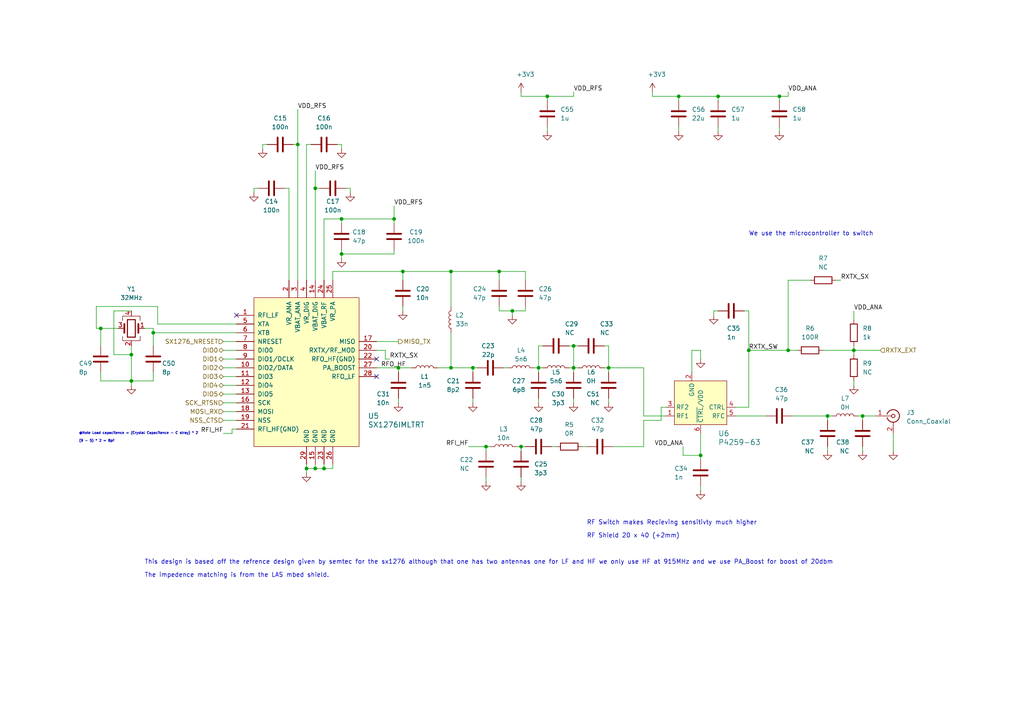
<source format=kicad_sch>
(kicad_sch (version 20230121) (generator eeschema)
  (paper "A4")
  (lib_symbols
    (symbol "Connector:Conn_Coaxial" (pin_names (offset 1.016) hide)
      (property "Reference" "J" (at 0.254 3.048 0))
      (property "Value" "Conn_Coaxial" (at 2.921 0 90))
      (symbol "Conn_Coaxial_0_1"
        (arc (start -1.778 -0.508) (mid 0.2311 -1.8066) (end 1.778 0) (stroke (width 0.254)))
        (polyline (pts (xy -2.54 0) (xy -0.508 0)))
        (polyline (pts (xy 0 -2.54) (xy 0 -1.778)))
        (circle (center 0 0) (radius 0.508) (stroke (width 0.2032)))
        (arc (start 1.778 0) (mid 0.2099 1.8101) (end -1.778 0.508) (stroke (width 0.254)))
      )
      (symbol "Conn_Coaxial_1_1"
        (pin passive line (at -5.08 0 0) (length 2.54) (name "In") (number "1"))
        (pin passive line (at 0 -5.08 90) (length 2.54) (name "Ext") (number "2"))
      )
    )
    (symbol "Device:C" (pin_numbers hide) (pin_names (offset 0.254))
      (property "Reference" "C" (at 0.635 2.54 0))
      (property "Value" "C" (at 0.635 -2.54 0))
      (symbol "C_0_1"
        (polyline (pts (xy -2.032 -0.762) (xy 2.032 -0.762)) (stroke (width 0.508)))
        (polyline (pts (xy -2.032 0.762) (xy 2.032 0.762)) (stroke (width 0.508)))
      )
      (symbol "C_1_1"
        (pin passive line (at 0 3.81 270) (length 2.794) (name "~") (number "1"))
        (pin passive line (at 0 -3.81 90) (length 2.794) (name "~") (number "2"))
      )
    )
    (symbol "Device:Crystal_GND24" (pin_names (offset 1.016) hide)
      (property "Reference" "Y" (at 3.175 5.08 0))
      (property "Value" "Crystal_GND24" (at 3.175 3.175 0))
      (symbol "Crystal_GND24_0_1"
        (rectangle (start -1.143 2.54) (end 1.143 -2.54) (stroke (width 0.3048)))
        (polyline (pts (xy -2.54 0) (xy -2.032 0)))
        (polyline (pts (xy -2.032 -1.27) (xy -2.032 1.27)) (stroke (width 0.508)))
        (polyline (pts (xy 0 -3.81) (xy 0 -3.556)))
        (polyline (pts (xy 0 3.556) (xy 0 3.81)))
        (polyline (pts (xy 2.032 -1.27) (xy 2.032 1.27)) (stroke (width 0.508)))
        (polyline (pts (xy 2.032 0) (xy 2.54 0)))
        (polyline (pts (xy -2.54 -2.286) (xy -2.54 -3.556) (xy 2.54 -3.556) (xy 2.54 -2.286)))
        (polyline (pts (xy -2.54 2.286) (xy -2.54 3.556) (xy 2.54 3.556) (xy 2.54 2.286)))
      )
      (symbol "Crystal_GND24_1_1"
        (pin passive line (at -3.81 0 0) (length 1.27) (name "1") (number "1"))
        (pin passive line (at 0 5.08 270) (length 1.27) (name "2") (number "2"))
        (pin passive line (at 3.81 0 180) (length 1.27) (name "3") (number "3"))
        (pin passive line (at 0 -5.08 90) (length 1.27) (name "4") (number "4"))
      )
    )
    (symbol "Device:L" (pin_numbers hide) (pin_names (offset 1.016) hide)
      (property "Reference" "L" (at -1.27 0 90))
      (property "Value" "L" (at 1.905 0 90))
      (symbol "L_0_1"
        (arc (start 0 -2.54) (mid 0.6323 -1.905) (end 0 -1.27))
        (arc (start 0 -1.27) (mid 0.6323 -0.635) (end 0 0))
        (arc (start 0 0) (mid 0.6323 0.635) (end 0 1.27))
        (arc (start 0 1.27) (mid 0.6323 1.905) (end 0 2.54))
      )
      (symbol "L_1_1"
        (pin passive line (at 0 3.81 270) (length 1.27) (name "1") (number "1"))
        (pin passive line (at 0 -3.81 90) (length 1.27) (name "2") (number "2"))
      )
    )
    (symbol "Device:R" (pin_numbers hide) (pin_names (offset 0))
      (property "Reference" "R" (at 2.032 0 90))
      (property "Value" "R" (at 0 0 90))
      (symbol "R_0_1"
        (rectangle (start -1.016 -2.54) (end 1.016 2.54) (stroke (width 0.254)))
      )
      (symbol "R_1_1"
        (pin passive line (at 0 3.81 270) (length 1.27) (name "~") (number "1"))
        (pin passive line (at 0 -3.81 90) (length 1.27) (name "~") (number "2"))
      )
    )
    (symbol "dk_RF-Switches:4259-63"
      (property "Reference" "U" (at -6.35 3.81 0))
      (property "Value" "4259-63" (at 0 -11.43 0))
      (symbol "4259-63_0_1"
        (rectangle (start -7.62 2.54) (end 7.62 -10.16) (fill (type background)))
      )
      (symbol "4259-63_1_1"
        (pin passive line (at 10.16 0 180) (length 2.54) (name "RF1") (number "1"))
        (pin power_in line (at 2.54 -12.7 90) (length 2.54) (name "GND") (number "2"))
        (pin passive line (at 10.16 -2.54 180) (length 2.54) (name "RF2") (number "3"))
        (pin input line (at -10.16 -2.54 0) (length 2.54) (name "CTRL") (number "4"))
        (pin passive line (at -10.16 0 0) (length 2.54) (name "RFC") (number "5"))
        (pin power_in line (at 0 5.08 270) (length 2.54) (name "~{CTRL}/VDD") (number "6"))
      )
    )
    (symbol "dk_RF-Transceiver-ICs:SX1276IMLTRT" (pin_names (offset 1.016))
      (property "Reference" "U" (at -12.7 24.13 0))
      (property "Value" "SX1276IMLTRT" (at 25.4 -27.94 0))
      (symbol "SX1276IMLTRT_0_1"
        (rectangle (start -15.24 22.86) (end 15.24 -20.32) (fill (type background)))
      )
      (symbol "SX1276IMLTRT_1_1"
        (pin input line (at -20.32 17.78 0) (length 5.08) (name "RFI_LF") (number "1"))
        (pin bidirectional line (at -20.32 2.54 0) (length 5.08) (name "DIO2/DATA") (number "10"))
        (pin bidirectional line (at -20.32 0 0) (length 5.08) (name "DIO3") (number "11"))
        (pin bidirectional line (at -20.32 -2.54 0) (length 5.08) (name "DIO4") (number "12"))
        (pin bidirectional line (at -20.32 -5.08 0) (length 5.08) (name "DIO5") (number "13"))
        (pin power_in line (at 2.54 27.94 270) (length 5.08) (name "VBAT_DIG") (number "14"))
        (pin power_in line (at 2.54 -25.4 90) (length 5.08) (name "GND") (number "15"))
        (pin input line (at -20.32 -7.62 0) (length 5.08) (name "SCK") (number "16"))
        (pin output line (at 20.32 10.16 180) (length 5.08) (name "MISO") (number "17"))
        (pin input line (at -20.32 -10.16 0) (length 5.08) (name "MOSI") (number "18"))
        (pin input line (at -20.32 -12.7 0) (length 5.08) (name "NSS") (number "19"))
        (pin power_in line (at -5.08 27.94 270) (length 5.08) (name "VR_ANA") (number "2"))
        (pin output line (at 20.32 7.62 180) (length 5.08) (name "RXTX/RF_MOD") (number "20"))
        (pin input line (at -20.32 -15.24 0) (length 5.08) (name "RFI_HF(GND)") (number "21"))
        (pin output line (at 20.32 5.08 180) (length 5.08) (name "RFO_HF(GND)") (number "22"))
        (pin power_in line (at 5.08 -25.4 90) (length 5.08) (name "GND") (number "23"))
        (pin power_in line (at 5.08 27.94 270) (length 5.08) (name "VBAT_RF") (number "24"))
        (pin power_in line (at 7.62 27.94 270) (length 5.08) (name "VR_PA") (number "25"))
        (pin power_in line (at 7.62 -25.4 90) (length 5.08) (name "GND") (number "26"))
        (pin output line (at 20.32 2.54 180) (length 5.08) (name "PA_BOOST") (number "27"))
        (pin output line (at 20.32 0 180) (length 5.08) (name "RFO_LF") (number "28"))
        (pin power_in line (at 0 -25.4 90) (length 5.08) (name "GND") (number "29"))
        (pin power_in line (at -2.54 27.94 270) (length 5.08) (name "VBAT_ANA") (number "3"))
        (pin power_in line (at 0 27.94 270) (length 5.08) (name "VR_DIG") (number "4"))
        (pin bidirectional line (at -20.32 15.24 0) (length 5.08) (name "XTA") (number "5"))
        (pin bidirectional line (at -20.32 12.7 0) (length 5.08) (name "XTB") (number "6"))
        (pin bidirectional line (at -20.32 10.16 0) (length 5.08) (name "NRESET") (number "7"))
        (pin bidirectional line (at -20.32 7.62 0) (length 5.08) (name "DIO0") (number "8"))
        (pin bidirectional line (at -20.32 5.08 0) (length 5.08) (name "DIO1/DCLK") (number "9"))
      )
    )
    (symbol "power:+3V3" (power) (pin_names (offset 0))
      (property "Value" "+3V3" (at 0 3.556 0))
      (symbol "+3V3_0_1"
        (polyline (pts (xy -0.762 1.27) (xy 0 2.54)))
        (polyline (pts (xy 0 0) (xy 0 2.54)))
        (polyline (pts (xy 0 2.54) (xy 0.762 1.27)))
      )
      (symbol "+3V3_1_1"
        (pin power_in line (at 0 0 90) (length 0) hide (name "+3V3") (number "1"))
      )
    )
    (symbol "power:GND" (power) (pin_names (offset 0))
      (property "Value" "GND" (at 0 -3.81 0))
      (symbol "GND_0_1"
        (polyline (pts (xy 0 0) (xy 0 -1.27) (xy 1.27 -1.27) (xy 0 -2.54) (xy -1.27 -1.27) (xy 0 -1.27)))
      )
      (symbol "GND_1_1"
        (pin power_in line (at 0 0 270) (length 0) hide (name "GND") (number "1"))
      )
    )
  )
  (junction (at 140.97 129.54))
  (junction (at 115.57 106.68))
  (junction (at 137.16 106.68))
  (junction (at 38.1 110.49))
  (junction (at 144.78 78.74))
  (junction (at 99.06 63.5))
  (junction (at 116.84 78.74))
  (junction (at 130.81 106.68))
  (junction (at 29.21 95.25))
  (junction (at 44.45 96.52))
  (junction (at 130.81 78.74))
  (junction (at 151.13 129.54))
  (junction (at 166.37 106.68))
  (junction (at 250.19 120.65))
  (junction (at 99.06 73.66))
  (junction (at 196.85 27.94))
  (junction (at 158.75 27.94))
  (junction (at 91.44 135.89))
  (junction (at 228.6 101.6))
  (junction (at 156.21 106.68))
  (junction (at 166.37 100.33))
  (junction (at 91.44 54.61))
  (junction (at 226.06 27.94))
  (junction (at 208.28 27.94))
  (junction (at 38.1 102.87))
  (junction (at 203.2 132.08))
  (junction (at 93.98 135.89))
  (junction (at 217.17 101.6))
  (junction (at 148.59 90.17))
  (junction (at 86.36 41.91))
  (junction (at 247.65 101.6))
  (junction (at 240.03 120.65))
  (junction (at 88.9 135.89))
  (junction (at 114.3 63.5))
  (junction (at 176.53 106.68))
  (no_connect (at 68.58 91.44))
  (no_connect (at 109.22 109.22))
  (no_connect (at 109.22 104.14))
  (wire (pts (xy 186.69 121.92) (xy 191.77 121.92)))
  (wire (pts (xy 135.89 129.54) (xy 140.97 129.54)))
  (wire (pts (xy 176.53 100.33) (xy 176.53 106.68)))
  (wire (pts (xy 99.06 73.66) (xy 114.3 73.66)))
  (wire (pts (xy 228.6 101.6) (xy 228.6 81.28)))
  (wire (pts (xy 91.44 54.61) (xy 91.44 81.28)))
  (wire (pts (xy 38.1 110.49) (xy 38.1 111.76)))
  (wire (pts (xy 226.06 27.94) (xy 208.28 27.94)))
  (wire (pts (xy 38.1 90.17) (xy 33.02 90.17)))
  (wire (pts (xy 73.66 54.61) (xy 74.93 54.61)))
  (wire (pts (xy 116.84 78.74) (xy 130.81 78.74)))
  (wire (pts (xy 99.06 41.91) (xy 99.06 43.18)))
  (wire (pts (xy 115.57 106.68) (xy 119.38 106.68)))
  (wire (pts (xy 113.03 104.14) (xy 111.76 104.14)))
  (wire (pts (xy 217.17 118.11) (xy 213.36 118.11)))
  (wire (pts (xy 240.03 121.92) (xy 240.03 120.65)))
  (wire (pts (xy 114.3 59.69) (xy 114.3 63.5)))
  (wire (pts (xy 33.02 90.17) (xy 33.02 102.87)))
  (wire (pts (xy 86.36 41.91) (xy 85.09 41.91)))
  (wire (pts (xy 217.17 90.17) (xy 217.17 101.6)))
  (wire (pts (xy 189.23 27.94) (xy 196.85 27.94)))
  (wire (pts (xy 64.77 114.3) (xy 68.58 114.3)))
  (wire (pts (xy 90.17 41.91) (xy 88.9 41.91)))
  (wire (pts (xy 160.02 129.54) (xy 161.29 129.54)))
  (wire (pts (xy 101.6 54.61) (xy 100.33 54.61)))
  (wire (pts (xy 189.23 26.67) (xy 189.23 27.94)))
  (wire (pts (xy 101.6 55.88) (xy 101.6 54.61)))
  (wire (pts (xy 165.1 106.68) (xy 166.37 106.68)))
  (wire (pts (xy 240.03 129.54) (xy 240.03 130.81)))
  (wire (pts (xy 111.76 101.6) (xy 109.22 101.6)))
  (wire (pts (xy 27.94 95.25) (xy 29.21 95.25)))
  (wire (pts (xy 99.06 72.39) (xy 99.06 73.66)))
  (wire (pts (xy 157.48 100.33) (xy 156.21 100.33)))
  (wire (pts (xy 76.2 41.91) (xy 76.2 43.18)))
  (wire (pts (xy 64.77 125.73) (xy 67.31 125.73)))
  (wire (pts (xy 151.13 129.54) (xy 152.4 129.54)))
  (wire (pts (xy 165.1 100.33) (xy 166.37 100.33)))
  (wire (pts (xy 151.13 138.43) (xy 151.13 139.7)))
  (wire (pts (xy 175.26 106.68) (xy 176.53 106.68)))
  (wire (pts (xy 64.77 116.84) (xy 68.58 116.84)))
  (wire (pts (xy 229.87 120.65) (xy 240.03 120.65)))
  (wire (pts (xy 156.21 100.33) (xy 156.21 106.68)))
  (wire (pts (xy 156.21 106.68) (xy 157.48 106.68)))
  (wire (pts (xy 38.1 102.87) (xy 38.1 100.33)))
  (wire (pts (xy 175.26 100.33) (xy 176.53 100.33)))
  (wire (pts (xy 228.6 27.94) (xy 226.06 27.94)))
  (wire (pts (xy 114.3 63.5) (xy 114.3 64.77)))
  (wire (pts (xy 146.05 106.68) (xy 147.32 106.68)))
  (wire (pts (xy 64.77 106.68) (xy 68.58 106.68)))
  (wire (pts (xy 64.77 119.38) (xy 68.58 119.38)))
  (wire (pts (xy 109.22 106.68) (xy 115.57 106.68)))
  (wire (pts (xy 140.97 129.54) (xy 142.24 129.54)))
  (wire (pts (xy 158.75 36.83) (xy 158.75 38.1)))
  (wire (pts (xy 38.1 102.87) (xy 38.1 110.49)))
  (wire (pts (xy 151.13 129.54) (xy 151.13 130.81)))
  (wire (pts (xy 99.06 73.66) (xy 99.06 74.93)))
  (wire (pts (xy 151.13 27.94) (xy 158.75 27.94)))
  (wire (pts (xy 156.21 107.95) (xy 156.21 106.68)))
  (wire (pts (xy 67.31 124.46) (xy 68.58 124.46)))
  (wire (pts (xy 176.53 115.57) (xy 176.53 116.84)))
  (wire (pts (xy 259.08 125.73) (xy 259.08 130.81)))
  (wire (pts (xy 144.78 90.17) (xy 148.59 90.17)))
  (wire (pts (xy 222.25 120.65) (xy 213.36 120.65)))
  (wire (pts (xy 44.45 96.52) (xy 68.58 96.52)))
  (wire (pts (xy 44.45 96.52) (xy 44.45 95.25)))
  (wire (pts (xy 228.6 101.6) (xy 231.14 101.6)))
  (wire (pts (xy 45.72 88.9) (xy 27.94 88.9)))
  (wire (pts (xy 226.06 36.83) (xy 226.06 38.1)))
  (wire (pts (xy 167.64 100.33) (xy 166.37 100.33)))
  (wire (pts (xy 64.77 111.76) (xy 68.58 111.76)))
  (wire (pts (xy 99.06 63.5) (xy 99.06 64.77)))
  (wire (pts (xy 82.55 54.61) (xy 83.82 54.61)))
  (wire (pts (xy 186.69 121.92) (xy 186.69 129.54)))
  (wire (pts (xy 198.12 129.54) (xy 198.12 132.08)))
  (wire (pts (xy 208.28 29.21) (xy 208.28 27.94)))
  (wire (pts (xy 166.37 27.94) (xy 158.75 27.94)))
  (wire (pts (xy 64.77 109.22) (xy 68.58 109.22)))
  (wire (pts (xy 93.98 134.62) (xy 93.98 135.89)))
  (wire (pts (xy 156.21 115.57) (xy 156.21 116.84)))
  (wire (pts (xy 137.16 115.57) (xy 137.16 116.84)))
  (wire (pts (xy 148.59 90.17) (xy 152.4 90.17)))
  (wire (pts (xy 228.6 26.67) (xy 228.6 27.94)))
  (wire (pts (xy 67.31 125.73) (xy 67.31 124.46)))
  (wire (pts (xy 176.53 106.68) (xy 176.53 107.95)))
  (wire (pts (xy 154.94 106.68) (xy 156.21 106.68)))
  (wire (pts (xy 115.57 106.68) (xy 115.57 107.95)))
  (wire (pts (xy 207.01 91.44) (xy 207.01 90.17)))
  (wire (pts (xy 64.77 101.6) (xy 68.58 101.6)))
  (wire (pts (xy 203.2 133.35) (xy 203.2 132.08)))
  (wire (pts (xy 29.21 110.49) (xy 38.1 110.49)))
  (wire (pts (xy 217.17 101.6) (xy 228.6 101.6)))
  (wire (pts (xy 99.06 41.91) (xy 97.79 41.91)))
  (wire (pts (xy 111.76 104.14) (xy 111.76 101.6)))
  (wire (pts (xy 64.77 99.06) (xy 68.58 99.06)))
  (wire (pts (xy 248.92 120.65) (xy 250.19 120.65)))
  (wire (pts (xy 198.12 132.08) (xy 203.2 132.08)))
  (wire (pts (xy 44.45 95.25) (xy 41.91 95.25)))
  (wire (pts (xy 68.58 93.98) (xy 45.72 93.98)))
  (wire (pts (xy 45.72 93.98) (xy 45.72 88.9)))
  (wire (pts (xy 96.52 78.74) (xy 116.84 78.74)))
  (wire (pts (xy 93.98 63.5) (xy 93.98 81.28)))
  (wire (pts (xy 137.16 106.68) (xy 138.43 106.68)))
  (wire (pts (xy 29.21 95.25) (xy 29.21 100.33)))
  (wire (pts (xy 91.44 49.53) (xy 91.44 54.61)))
  (wire (pts (xy 247.65 101.6) (xy 255.27 101.6)))
  (wire (pts (xy 176.53 106.68) (xy 186.69 106.68)))
  (wire (pts (xy 44.45 110.49) (xy 38.1 110.49)))
  (wire (pts (xy 92.71 54.61) (xy 91.44 54.61)))
  (wire (pts (xy 140.97 129.54) (xy 140.97 130.81)))
  (wire (pts (xy 29.21 95.25) (xy 34.29 95.25)))
  (wire (pts (xy 196.85 27.94) (xy 208.28 27.94)))
  (wire (pts (xy 64.77 104.14) (xy 68.58 104.14)))
  (wire (pts (xy 44.45 96.52) (xy 44.45 100.33)))
  (wire (pts (xy 44.45 107.95) (xy 44.45 110.49)))
  (wire (pts (xy 144.78 88.9) (xy 144.78 90.17)))
  (wire (pts (xy 96.52 135.89) (xy 93.98 135.89)))
  (wire (pts (xy 130.81 96.52) (xy 130.81 106.68)))
  (wire (pts (xy 149.86 129.54) (xy 151.13 129.54)))
  (wire (pts (xy 83.82 81.28) (xy 83.82 54.61)))
  (wire (pts (xy 166.37 100.33) (xy 166.37 106.68)))
  (wire (pts (xy 29.21 107.95) (xy 29.21 110.49)))
  (wire (pts (xy 186.69 106.68) (xy 186.69 120.65)))
  (wire (pts (xy 238.76 101.6) (xy 247.65 101.6)))
  (wire (pts (xy 116.84 78.74) (xy 116.84 81.28)))
  (wire (pts (xy 166.37 115.57) (xy 166.37 116.84)))
  (wire (pts (xy 250.19 129.54) (xy 250.19 130.81)))
  (wire (pts (xy 88.9 135.89) (xy 88.9 137.16)))
  (wire (pts (xy 226.06 27.94) (xy 226.06 29.21)))
  (wire (pts (xy 200.66 101.6) (xy 203.2 101.6)))
  (wire (pts (xy 166.37 106.68) (xy 167.64 106.68)))
  (wire (pts (xy 77.47 41.91) (xy 76.2 41.91)))
  (wire (pts (xy 27.94 88.9) (xy 27.94 95.25)))
  (wire (pts (xy 250.19 120.65) (xy 254 120.65)))
  (wire (pts (xy 151.13 26.67) (xy 151.13 27.94)))
  (wire (pts (xy 186.69 120.65) (xy 193.04 120.65)))
  (wire (pts (xy 88.9 134.62) (xy 88.9 135.89)))
  (wire (pts (xy 240.03 120.65) (xy 241.3 120.65)))
  (wire (pts (xy 33.02 102.87) (xy 38.1 102.87)))
  (wire (pts (xy 228.6 81.28) (xy 234.95 81.28)))
  (wire (pts (xy 207.01 90.17) (xy 208.28 90.17)))
  (wire (pts (xy 152.4 88.9) (xy 152.4 90.17)))
  (wire (pts (xy 144.78 78.74) (xy 152.4 78.74)))
  (wire (pts (xy 73.66 54.61) (xy 73.66 55.88)))
  (wire (pts (xy 247.65 101.6) (xy 247.65 102.87)))
  (wire (pts (xy 247.65 100.33) (xy 247.65 101.6)))
  (wire (pts (xy 196.85 27.94) (xy 196.85 29.21)))
  (wire (pts (xy 86.36 41.91) (xy 86.36 81.28)))
  (wire (pts (xy 217.17 101.6) (xy 217.17 118.11)))
  (wire (pts (xy 166.37 106.68) (xy 166.37 107.95)))
  (wire (pts (xy 130.81 78.74) (xy 130.81 88.9)))
  (wire (pts (xy 96.52 134.62) (xy 96.52 135.89)))
  (wire (pts (xy 93.98 63.5) (xy 99.06 63.5)))
  (wire (pts (xy 91.44 135.89) (xy 88.9 135.89)))
  (wire (pts (xy 177.8 129.54) (xy 186.69 129.54)))
  (wire (pts (xy 114.3 73.66) (xy 114.3 72.39)))
  (wire (pts (xy 200.66 107.95) (xy 200.66 101.6)))
  (wire (pts (xy 158.75 27.94) (xy 158.75 29.21)))
  (wire (pts (xy 152.4 78.74) (xy 152.4 81.28)))
  (wire (pts (xy 115.57 115.57) (xy 115.57 116.84)))
  (wire (pts (xy 86.36 31.75) (xy 86.36 41.91)))
  (wire (pts (xy 91.44 134.62) (xy 91.44 135.89)))
  (wire (pts (xy 243.84 81.28) (xy 242.57 81.28)))
  (wire (pts (xy 148.59 91.44) (xy 148.59 90.17)))
  (wire (pts (xy 116.84 88.9) (xy 116.84 90.17)))
  (wire (pts (xy 144.78 78.74) (xy 144.78 81.28)))
  (wire (pts (xy 247.65 90.17) (xy 247.65 92.71)))
  (wire (pts (xy 130.81 106.68) (xy 137.16 106.68)))
  (wire (pts (xy 247.65 110.49) (xy 247.65 111.76)))
  (wire (pts (xy 203.2 125.73) (xy 203.2 132.08)))
  (wire (pts (xy 109.22 99.06) (xy 115.57 99.06)))
  (wire (pts (xy 127 106.68) (xy 130.81 106.68)))
  (wire (pts (xy 191.77 118.11) (xy 193.04 118.11)))
  (wire (pts (xy 96.52 81.28) (xy 96.52 78.74)))
  (wire (pts (xy 168.91 129.54) (xy 170.18 129.54)))
  (wire (pts (xy 208.28 36.83) (xy 208.28 38.1)))
  (wire (pts (xy 166.37 26.67) (xy 166.37 27.94)))
  (wire (pts (xy 64.77 121.92) (xy 68.58 121.92)))
  (wire (pts (xy 217.17 90.17) (xy 215.9 90.17)))
  (wire (pts (xy 191.77 121.92) (xy 191.77 118.11)))
  (wire (pts (xy 99.06 63.5) (xy 114.3 63.5)))
  (wire (pts (xy 93.98 135.89) (xy 91.44 135.89)))
  (wire (pts (xy 88.9 41.91) (xy 88.9 81.28)))
  (wire (pts (xy 130.81 78.74) (xy 144.78 78.74)))
  (wire (pts (xy 196.85 36.83) (xy 196.85 38.1)))
  (wire (pts (xy 140.97 138.43) (xy 140.97 139.7)))
  (wire (pts (xy 203.2 142.24) (xy 203.2 140.97)))
  (wire (pts (xy 203.2 101.6) (xy 203.2 104.14)))
  (wire (pts (xy 250.19 120.65) (xy 250.19 121.92)))
  (wire (pts (xy 137.16 106.68) (xy 137.16 107.95)))
  (text "The impedence matching is from the LAS mbed shield." (at 41.91 167.64 0) (effects (font (size 1.27 1.27)) (justify left bottom)))
  (text "@Note Load capacitence = (Crystal Capacitence - C stray) * 2\n\n(9 - 5) * 2 = 8pF\n\n" (at 22.86 129.54 0) (effects (font (size 0.7 0.7)) (justify left bottom)))
  (text "We use the microcontroller to switch\n" (at 217.17 68.58 0) (effects (font (size 1.27 1.27)) (justify left bottom)))
  (text "RF Shield 20 x 40 (+2mm)" (at 170.18 156.21 0) (effects (font (size 1.27 1.27)) (justify left bottom)))
  (text "This design is based off the refrence design given by semtec for the sx1276 although that one has two antennas one for LF and HF we only use HF at 915MHz and we use PA_Boost for boost of 20dbm\n" (at 41.91 163.83 0) (effects (font (size 1.27 1.27)) (justify left bottom)))
  (text "RF Switch makes Recieving sensitivty much higher\n" (at 170.18 152.4 0) (effects (font (size 1.27 1.27)) (justify left bottom)))
  (label "RFO_HF" (at 110.49 106.68 0))
  (label "RXTX_SX" (at 113.03 104.14 0))
  (label "RXTX_SW" (at 217.17 101.6 0))
  (label "VDD_RFS" (at 166.37 26.67 0))
  (label "VDD_RFS" (at 86.36 31.75 0))
  (label "RFI_HF" (at 64.77 125.73 180))
  (label "VDD_RFS" (at 91.44 49.53 0))
  (label "RXTX_SX" (at 243.84 81.28 0))
  (label "VDD_ANA" (at 198.12 129.54 180))
  (label "VDD_RFS" (at 114.3 59.69 0))
  (label "RFI_HF" (at 135.89 129.54 180))
  (label "VDD_ANA" (at 228.6 26.67 0))
  (label "VDD_ANA" (at 247.65 90.17 0))
  (hierarchical_label "MISO_TX" (shape output) (at 115.57 99.06 0))
  (hierarchical_label "DIO5" (shape bidirectional) (at 64.77 114.3 180))
  (hierarchical_label "DIO4" (shape bidirectional) (at 64.77 111.76 180))
  (hierarchical_label "DIO0" (shape bidirectional) (at 64.77 101.6 180))
  (hierarchical_label "DIO2" (shape bidirectional) (at 64.77 106.68 180))
  (hierarchical_label "NSS_CTS" (shape input) (at 64.77 121.92 180))
  (hierarchical_label "DIO3" (shape bidirectional) (at 64.77 109.22 180))
  (hierarchical_label "RXTX_EXT" (shape input) (at 255.27 101.6 0))
  (hierarchical_label "SCK_RTSN" (shape input) (at 64.77 116.84 180))
  (hierarchical_label "MOSI_RX" (shape input) (at 64.77 119.38 180))
  (hierarchical_label "DIO1" (shape bidirectional) (at 64.77 104.14 180))
  (hierarchical_label "SX1276_NRESET" (shape input) (at 64.77 99.06 180))
  (symbol (lib_id "Device:C") (at 240.03 125.73 180) (unit 1)
    (property "Reference" "C37" (at 236.22 128.27 0) (effects (justify left)))
    (property "Value" "NC" (at 236.22 130.81 0) (effects (justify left)))
    (property "Footprint" "Capacitor_SMD:C_0402_1005Metric" (effects hide))
  )
  (symbol (lib_id "Device:C") (at 99.06 68.58 0) (unit 1)
    (property "Reference" "C18" (at 104.14 67.31 0))
    (property "Value" "47p" (at 104.14 69.85 0))
    (property "Footprint" "Capacitor_SMD:C_0402_1005Metric" (effects hide))
  )
  (symbol (lib_id "Device:C") (at 114.3 68.58 0) (unit 1)
    (property "Reference" "C19" (at 120.65 67.31 0))
    (property "Value" "100n" (at 120.65 69.85 0))
    (property "Footprint" "Capacitor_SMD:C_0402_1005Metric" (effects hide))
  )
  (symbol (lib_id "Device:C") (at 93.98 41.91 90) (unit 1)
    (property "Reference" "C16" (at 93.98 34.29 90))
    (property "Value" "100n" (at 93.98 36.83 90))
    (property "Footprint" "Capacitor_SMD:C_0402_1005Metric" (effects hide))
  )
  (symbol (lib_id "power:+3V3") (at 151.13 26.67 0) (unit 1)
    (property "Reference" "#PWR062" (effects hide))
    (property "Value" "+3V3" (at 152.4 21.59 0))
  )
  (symbol (lib_id "power:GND") (at 203.2 142.24 0) (unit 1)
    (property "Reference" "#PWR055" (effects hide))
    (property "Value" "GND" (effects hide))
  )
  (symbol (lib_id "Device:R") (at 238.76 81.28 90) (unit 1)
    (property "Reference" "R7" (at 238.76 74.93 90))
    (property "Value" "NC" (at 238.76 77.47 90))
    (property "Footprint" "Resistor_SMD:R_0402_1005Metric" (effects hide))
  )
  (symbol (lib_id "Device:C") (at 158.75 33.02 0) (unit 1)
    (property "Reference" "C55" (at 162.56 31.75 0) (effects (justify left)))
    (property "Value" "1u" (at 162.56 34.29 0) (effects (justify left)))
    (property "Footprint" "Capacitor_SMD:C_0402_1005Metric" (effects hide))
  )
  (symbol (lib_id "Device:C") (at 81.28 41.91 270) (unit 1)
    (property "Reference" "C15" (at 81.28 34.29 90))
    (property "Value" "100n" (at 81.28 36.83 90))
    (property "Footprint" "Capacitor_SMD:C_0402_1005Metric" (effects hide))
  )
  (symbol (lib_id "Device:L") (at 151.13 106.68 90) (unit 1)
    (property "Reference" "L4" (at 151.13 101.6 90))
    (property "Value" "5n6" (at 151.13 104.14 90))
    (property "Footprint" "Inductor_SMD:L_0402_1005Metric" (effects hide))
  )
  (symbol (lib_id "power:GND") (at 73.66 55.88 0) (unit 1)
    (property "Reference" "#PWR036" (effects hide))
    (property "Value" "GND" (effects hide))
  )
  (symbol (lib_id "Device:R") (at 247.65 96.52 180) (unit 1)
    (property "Reference" "R8" (at 250.19 95.25 0) (effects (justify right)))
    (property "Value" "1k" (at 250.19 97.79 0) (effects (justify right)))
    (property "Footprint" "Resistor_SMD:R_0402_1005Metric" (effects hide))
  )
  (symbol (lib_id "Device:C") (at 29.21 104.14 0) (unit 1)
    (property "Reference" "C49" (at 22.86 105.41 0) (effects (justify left)))
    (property "Value" "8p" (at 22.86 107.95 0) (effects (justify left)))
    (property "Footprint" "Capacitor_SMD:C_0402_1005Metric" (effects hide))
  )
  (symbol (lib_id "Connector:Conn_Coaxial") (at 259.08 120.65 0) (unit 1)
    (property "Reference" "J3" (at 262.89 119.6732 0) (effects (justify left)))
    (property "Value" "Conn_Coaxial" (at 262.89 122.2132 0) (effects (justify left)))
    (property "Footprint" "footprints:TAOGLAS_EMPCB.SMAFSTJ.B.HT" (effects hide))
    (property "Datasheet" " ~" (effects hide))
    (property "JLC #" "C2987684" (effects hide))
  )
  (symbol (lib_id "power:GND") (at 247.65 111.76 0) (unit 1)
    (property "Reference" "#PWR059" (effects hide))
    (property "Value" "GND" (effects hide))
  )
  (symbol (lib_id "Device:L") (at 123.19 106.68 90) (unit 1)
    (property "Reference" "L1" (at 123.19 109.22 90))
    (property "Value" "1n5" (at 123.19 111.76 90))
    (property "Footprint" "Inductor_SMD:L_0402_1005Metric" (effects hide))
  )
  (symbol (lib_id "Device:C") (at 171.45 100.33 270) (unit 1)
    (property "Reference" "C33" (at 173.99 93.98 90) (effects (justify left)))
    (property "Value" "NC" (at 173.99 96.52 90) (effects (justify left)))
    (property "Footprint" "Capacitor_SMD:C_0402_1005Metric" (effects hide))
  )
  (symbol (lib_id "power:GND") (at 137.16 116.84 0) (unit 1)
    (property "Reference" "#PWR046" (effects hide))
    (property "Value" "GND" (effects hide))
  )
  (symbol (lib_id "power:GND") (at 207.01 91.44 0) (unit 1)
    (property "Reference" "#PWR056" (effects hide))
    (property "Value" "GND" (effects hide))
  )
  (symbol (lib_id "power:GND") (at 116.84 90.17 0) (unit 1)
    (property "Reference" "#PWR045" (effects hide))
    (property "Value" "GND" (effects hide))
  )
  (symbol (lib_id "Device:C") (at 78.74 54.61 270) (unit 1)
    (property "Reference" "C14" (at 78.74 58.42 90))
    (property "Value" "100n" (at 78.74 60.96 90))
    (property "Footprint" "Capacitor_SMD:C_0402_1005Metric" (effects hide))
  )
  (symbol (lib_id "Device:L") (at 171.45 106.68 90) (unit 1)
    (property "Reference" "L6" (at 171.45 107.95 90))
    (property "Value" "0H" (at 171.45 110.49 90))
    (property "Footprint" "Inductor_SMD:L_0402_1005Metric" (effects hide))
  )
  (symbol (lib_id "dk_RF-Transceiver-ICs:SX1276IMLTRT") (at 88.9 109.22 0) (unit 1)
    (property "Reference" "U5" (at 106.68 120.65 0) (effects (font (size 1.524 1.524)) (justify left)))
    (property "Value" "SX1276IMLTRT" (at 106.68 123.19 0) (effects (font (size 1.524 1.524)) (justify left)))
    (property "Footprint" "digikey-footprints:VQFN-28-1EP_6x6mm" (effects hide))
    (property "Datasheet" "https://cdn.sparkfun.com/assets/a/a/0/b/5/DS_SX1276-7-8-9_W_APP_V5.pdf" (effects hide))
    (property "Digi-Key_PN" "SX1276IMLTRTCT-ND" (effects hide))
    (property "MPN" "SX1276IMLTRT" (effects hide))
    (property "Category" "RF/IF and RFID" (effects hide))
    (property "Family" "RF Transceiver ICs" (effects hide))
    (property "DK_Datasheet_Link" "https://cdn.sparkfun.com/assets/a/a/0/b/5/DS_SX1276-7-8-9_W_APP_V5.pdf" (effects hide))
    (property "DK_Detail_Page" "/product-detail/en/semtech-corporation/SX1276IMLTRT/SX1276IMLTRTCT-ND/4259551" (effects hide))
    (property "Description" "IC RF TXRX 802.15.4 28VQFN" (effects hide))
    (property "Manufacturer" "Semtech Corporation" (effects hide))
    (property "Status" "Active" (effects hide))
    (property "JLC #" "C80171" (effects hide))
  )
  (symbol (lib_id "Device:C") (at 250.19 125.73 180) (unit 1)
    (property "Reference" "C38" (at 246.38 128.27 0) (effects (justify left)))
    (property "Value" "NC" (at 246.38 130.81 0) (effects (justify left)))
    (property "Footprint" "Capacitor_SMD:C_0402_1005Metric" (effects hide))
  )
  (symbol (lib_id "Device:R") (at 247.65 106.68 180) (unit 1)
    (property "Reference" "R9" (at 250.19 105.41 0) (effects (justify right)))
    (property "Value" "NC" (at 250.19 107.95 0) (effects (justify right)))
    (property "Footprint" "Resistor_SMD:R_0402_1005Metric" (effects hide))
  )
  (symbol (lib_id "power:+3V3") (at 189.23 26.67 0) (unit 1)
    (property "Reference" "#PWR040" (effects hide))
    (property "Value" "+3V3" (at 190.5 21.59 0))
  )
  (symbol (lib_id "power:GND") (at 259.08 130.81 0) (unit 1)
    (property "Reference" "#PWR061" (effects hide))
    (property "Value" "GND" (effects hide))
  )
  (symbol (lib_id "Device:R") (at 165.1 129.54 90) (unit 1)
    (property "Reference" "R5" (at 165.1 123.19 90))
    (property "Value" "0R" (at 165.1 125.73 90))
    (property "Footprint" "Resistor_SMD:R_0402_1005Metric" (effects hide))
  )
  (symbol (lib_id "power:GND") (at 208.28 38.1 0) (unit 1)
    (property "Reference" "#PWR096" (effects hide))
    (property "Value" "GND" (effects hide))
  )
  (symbol (lib_id "dk_RF-Switches:4259-63") (at 203.2 120.65 180) (unit 1)
    (property "Reference" "U6" (at 208.28 125.73 0) (effects (font (size 1.524 1.524)) (justify right)))
    (property "Value" "P4259-63" (at 208.28 128.27 0) (effects (font (size 1.524 1.524)) (justify right)))
    (property "Footprint" "digikey-footprints:SOT-363" (effects hide))
    (property "Datasheet" "http://www.psemi.com/pdf/datasheets/pe4259ds.pdf" (effects hide))
    (property "Digi-Key_PN" "1046-1011-1-ND" (effects hide))
    (property "MPN" "4259-63" (effects hide))
    (property "Category" "RF/IF and RFID" (effects hide))
    (property "Family" "RF Switches" (effects hide))
    (property "DK_Datasheet_Link" "http://www.psemi.com/pdf/datasheets/pe4259ds.pdf" (effects hide))
    (property "DK_Detail_Page" "/product-detail/en/psemi/4259-63/1046-1011-1-ND/2614515" (effects hide))
    (property "Description" "IC RF SWITCH SPDT 3GHZ SC70-6" (effects hide))
    (property "Manufacturer" "pSemi" (effects hide))
    (property "Status" "Active" (effects hide))
    (property "JLC #" "C470892" (effects hide))
  )
  (symbol (lib_id "power:GND") (at 99.06 43.18 0) (unit 1)
    (property "Reference" "#PWR041" (effects hide))
    (property "Value" "GND" (effects hide))
  )
  (symbol (lib_id "Device:C") (at 176.53 111.76 180) (unit 1)
    (property "Reference" "C51" (at 173.99 114.3 0) (effects (justify left)))
    (property "Value" "NC" (at 173.99 116.84 0) (effects (justify left)))
    (property "Footprint" "Capacitor_SMD:C_0402_1005Metric" (effects hide))
  )
  (symbol (lib_id "Device:C") (at 226.06 120.65 90) (unit 1)
    (property "Reference" "C36" (at 228.6 113.03 90) (effects (justify left)))
    (property "Value" "47p" (at 228.6 115.57 90) (effects (justify left)))
    (property "Footprint" "Capacitor_SMD:C_0402_1005Metric" (effects hide))
  )
  (symbol (lib_id "power:GND") (at 166.37 116.84 0) (unit 1)
    (property "Reference" "#PWR051" (effects hide))
    (property "Value" "GND" (effects hide))
  )
  (symbol (lib_id "power:GND") (at 148.59 91.44 0) (unit 1)
    (property "Reference" "#PWR050" (effects hide))
    (property "Value" "GND" (effects hide))
  )
  (symbol (lib_id "power:GND") (at 140.97 139.7 0) (unit 1)
    (property "Reference" "#PWR047" (effects hide))
    (property "Value" "GND" (effects hide))
  )
  (symbol (lib_id "Device:C") (at 115.57 111.76 0) (unit 1)
    (property "Reference" "C31" (at 109.22 114.3 0) (effects (justify left)))
    (property "Value" "10n" (at 109.22 116.84 0) (effects (justify left)))
    (property "Footprint" "Capacitor_SMD:C_0402_1005Metric" (effects hide))
  )
  (symbol (lib_id "Device:C") (at 166.37 111.76 180) (unit 1)
    (property "Reference" "C30" (at 163.83 114.3 0) (effects (justify left)))
    (property "Value" "3p3" (at 163.83 116.84 0) (effects (justify left)))
    (property "Footprint" "Capacitor_SMD:C_0402_1005Metric" (effects hide))
  )
  (symbol (lib_id "power:GND") (at 226.06 38.1 0) (unit 1)
    (property "Reference" "#PWR097" (effects hide))
    (property "Value" "GND" (effects hide))
  )
  (symbol (lib_id "Device:C") (at 142.24 106.68 90) (unit 1)
    (property "Reference" "C23" (at 143.51 100.33 90) (effects (justify left)))
    (property "Value" "22p" (at 143.51 102.87 90) (effects (justify left)))
    (property "Footprint" "Capacitor_SMD:C_0402_1005Metric" (effects hide))
  )
  (symbol (lib_id "power:GND") (at 158.75 38.1 0) (unit 1)
    (property "Reference" "#PWR038" (effects hide))
    (property "Value" "GND" (effects hide))
  )
  (symbol (lib_id "Device:C") (at 173.99 129.54 90) (unit 1)
    (property "Reference" "C32" (at 175.26 121.92 90) (effects (justify left)))
    (property "Value" "47p" (at 175.26 124.46 90) (effects (justify left)))
    (property "Footprint" "Capacitor_SMD:C_0402_1005Metric" (effects hide))
  )
  (symbol (lib_id "Device:L") (at 245.11 120.65 90) (unit 1)
    (property "Reference" "L7" (at 245.11 115.57 90))
    (property "Value" "0H" (at 245.11 118.11 90))
    (property "Footprint" "Inductor_SMD:L_0402_1005Metric" (effects hide))
  )
  (symbol (lib_id "Device:L") (at 146.05 129.54 90) (unit 1)
    (property "Reference" "L3" (at 146.05 124.46 90))
    (property "Value" "10n" (at 146.05 127 90))
    (property "Footprint" "Inductor_SMD:L_0402_1005Metric" (effects hide))
  )
  (symbol (lib_id "Device:C") (at 137.16 111.76 0) (unit 1)
    (property "Reference" "C21" (at 129.54 110.49 0) (effects (justify left)))
    (property "Value" "8p2" (at 129.54 113.03 0) (effects (justify left)))
    (property "Footprint" "Capacitor_SMD:C_0402_1005Metric" (effects hide))
  )
  (symbol (lib_id "Device:Crystal_GND24") (at 38.1 95.25 180) (unit 1)
    (property "Reference" "Y1" (at 38.1 83.82 0))
    (property "Value" "32MHz" (at 38.1 86.36 0))
    (property "Footprint" "Crystal:Crystal_SMD_0603-4Pin_6.0x3.5mm" (effects hide))
    (property "JLC Part #" "C255895" (effects hide))
  )
  (symbol (lib_id "power:GND") (at 99.06 74.93 0) (unit 1)
    (property "Reference" "#PWR042" (effects hide))
    (property "Value" "GND" (effects hide))
  )
  (symbol (lib_id "power:GND") (at 176.53 116.84 0) (unit 1)
    (property "Reference" "#PWR085" (effects hide))
    (property "Value" "GND" (effects hide))
  )
  (symbol (lib_id "power:GND") (at 156.21 116.84 0) (unit 1)
    (property "Reference" "#PWR049" (effects hide))
    (property "Value" "GND" (effects hide))
  )
  (symbol (lib_id "Device:C") (at 44.45 104.14 0) (unit 1)
    (property "Reference" "C50" (at 46.99 105.41 0) (effects (justify left)))
    (property "Value" "8p" (at 46.99 107.95 0) (effects (justify left)))
    (property "Footprint" "Capacitor_SMD:C_0402_1005Metric" (effects hide))
  )
  (symbol (lib_id "power:GND") (at 76.2 43.18 0) (unit 1)
    (property "Reference" "#PWR037" (effects hide))
    (property "Value" "GND" (effects hide))
  )
  (symbol (lib_id "Device:C") (at 208.28 33.02 0) (unit 1)
    (property "Reference" "C57" (at 212.09 31.75 0) (effects (justify left)))
    (property "Value" "1u" (at 212.09 34.29 0) (effects (justify left)))
    (property "Footprint" "Capacitor_SMD:C_0402_1005Metric" (effects hide))
  )
  (symbol (lib_id "power:GND") (at 240.03 130.81 0) (unit 1)
    (property "Reference" "#PWR057" (effects hide))
    (property "Value" "GND" (effects hide))
  )
  (symbol (lib_id "power:GND") (at 38.1 111.76 0) (unit 1)
    (property "Reference" "#PWR084" (effects hide))
    (property "Value" "GND" (effects hide))
  )
  (symbol (lib_id "power:GND") (at 203.2 104.14 0) (unit 1)
    (property "Reference" "#PWR054" (effects hide))
    (property "Value" "GND" (effects hide))
  )
  (symbol (lib_id "Device:C") (at 151.13 134.62 0) (unit 1)
    (property "Reference" "C25" (at 154.94 134.62 0) (effects (justify left)))
    (property "Value" "3p3" (at 154.94 137.16 0) (effects (justify left)))
    (property "Footprint" "Capacitor_SMD:C_0402_1005Metric" (effects hide))
  )
  (symbol (lib_id "Device:C") (at 156.21 111.76 180) (unit 1)
    (property "Reference" "C27" (at 152.4 110.49 0) (effects (justify left)))
    (property "Value" "6p8" (at 152.4 113.03 0) (effects (justify left)))
    (property "Footprint" "Capacitor_SMD:C_0402_1005Metric" (effects hide))
  )
  (symbol (lib_id "power:GND") (at 196.85 38.1 0) (unit 1)
    (property "Reference" "#PWR044" (effects hide))
    (property "Value" "GND" (effects hide))
  )
  (symbol (lib_id "Device:C") (at 156.21 129.54 90) (unit 1)
    (property "Reference" "C28" (at 157.48 121.92 90) (effects (justify left)))
    (property "Value" "47p" (at 157.48 124.46 90) (effects (justify left)))
    (property "Footprint" "Capacitor_SMD:C_0402_1005Metric" (effects hide))
  )
  (symbol (lib_id "Device:C") (at 116.84 85.09 0) (unit 1)
    (property "Reference" "C20" (at 120.65 83.82 0) (effects (justify left)))
    (property "Value" "10n" (at 120.65 86.36 0) (effects (justify left)))
    (property "Footprint" "Capacitor_SMD:C_0402_1005Metric" (effects hide))
  )
  (symbol (lib_id "power:GND") (at 101.6 55.88 0) (unit 1)
    (property "Reference" "#PWR043" (effects hide))
    (property "Value" "GND" (effects hide))
  )
  (symbol (lib_id "Device:C") (at 196.85 33.02 0) (unit 1)
    (property "Reference" "C56" (at 200.66 31.75 0) (effects (justify left)))
    (property "Value" "22u" (at 200.66 34.29 0) (effects (justify left)))
    (property "Footprint" "Capacitor_SMD:C_0603_1608Metric" (effects hide))
  )
  (symbol (lib_id "Device:C") (at 212.09 90.17 270) (unit 1)
    (property "Reference" "C35" (at 210.82 95.25 90) (effects (justify left)))
    (property "Value" "1n" (at 210.82 97.79 90) (effects (justify left)))
    (property "Footprint" "Capacitor_SMD:C_0402_1005Metric" (effects hide))
  )
  (symbol (lib_id "Device:C") (at 152.4 85.09 0) (unit 1)
    (property "Reference" "C26" (at 156.21 83.82 0) (effects (justify left)))
    (property "Value" "47p" (at 156.21 86.36 0) (effects (justify left)))
    (property "Footprint" "Capacitor_SMD:C_0402_1005Metric" (effects hide))
  )
  (symbol (lib_id "Device:C") (at 161.29 100.33 270) (unit 1)
    (property "Reference" "C29" (at 163.83 93.98 90) (effects (justify left)))
    (property "Value" "NC" (at 163.83 96.52 90) (effects (justify left)))
    (property "Footprint" "Capacitor_SMD:C_0402_1005Metric" (effects hide))
  )
  (symbol (lib_id "power:GND") (at 250.19 130.81 0) (unit 1)
    (property "Reference" "#PWR060" (effects hide))
    (property "Value" "GND" (effects hide))
  )
  (symbol (lib_id "power:GND") (at 115.57 116.84 0) (unit 1)
    (property "Reference" "#PWR052" (effects hide))
    (property "Value" "GND" (effects hide))
  )
  (symbol (lib_id "Device:C") (at 203.2 137.16 0) (unit 1)
    (property "Reference" "C34" (at 195.58 135.89 0) (effects (justify left)))
    (property "Value" "1n" (at 195.58 138.43 0) (effects (justify left)))
    (property "Footprint" "Capacitor_SMD:C_0402_1005Metric" (effects hide))
  )
  (symbol (lib_id "Device:C") (at 140.97 134.62 0) (unit 1)
    (property "Reference" "C22" (at 133.35 133.35 0) (effects (justify left)))
    (property "Value" "NC" (at 133.35 135.89 0) (effects (justify left)))
    (property "Footprint" "Capacitor_SMD:C_0402_1005Metric" (effects hide))
  )
  (symbol (lib_id "Device:R") (at 234.95 101.6 90) (unit 1)
    (property "Reference" "R6" (at 234.95 95.25 90))
    (property "Value" "100R" (at 234.95 97.79 90))
    (property "Footprint" "Resistor_SMD:R_0402_1005Metric" (effects hide))
  )
  (symbol (lib_id "Device:L") (at 161.29 106.68 90) (unit 1)
    (property "Reference" "L5" (at 161.29 107.95 90))
    (property "Value" "5n6" (at 161.29 110.49 90))
    (property "Footprint" "Inductor_SMD:L_0402_1005Metric" (effects hide))
  )
  (symbol (lib_id "power:GND") (at 88.9 137.16 0) (unit 1)
    (property "Reference" "#PWR039" (effects hide))
    (property "Value" "GND" (effects hide))
  )
  (symbol (lib_id "power:GND") (at 151.13 139.7 0) (unit 1)
    (property "Reference" "#PWR048" (effects hide))
    (property "Value" "GND" (effects hide))
  )
  (symbol (lib_id "Device:C") (at 144.78 85.09 0) (unit 1)
    (property "Reference" "C24" (at 137.16 83.82 0) (effects (justify left)))
    (property "Value" "47p" (at 137.16 86.36 0) (effects (justify left)))
    (property "Footprint" "Capacitor_SMD:C_0402_1005Metric" (effects hide))
  )
  (symbol (lib_id "Device:L") (at 130.81 92.71 180) (unit 1)
    (property "Reference" "L2" (at 132.08 91.44 0) (effects (justify right)))
    (property "Value" "33n" (at 132.08 93.98 0) (effects (justify right)))
    (property "Footprint" "Inductor_SMD:L_0402_1005Metric" (effects hide))
  )
  (symbol (lib_id "Device:C") (at 96.52 54.61 90) (unit 1)
    (property "Reference" "C17" (at 96.52 58.42 90))
    (property "Value" "100n" (at 96.52 60.96 90))
    (property "Footprint" "Capacitor_SMD:C_0402_1005Metric" (effects hide))
  )
  (symbol (lib_id "Device:C") (at 226.06 33.02 0) (unit 1)
    (property "Reference" "C58" (at 229.87 31.75 0) (effects (justify left)))
    (property "Value" "1u" (at 229.87 34.29 0) (effects (justify left)))
    (property "Footprint" "Capacitor_SMD:C_0402_1005Metric" (effects hide))
  )
)
</source>
